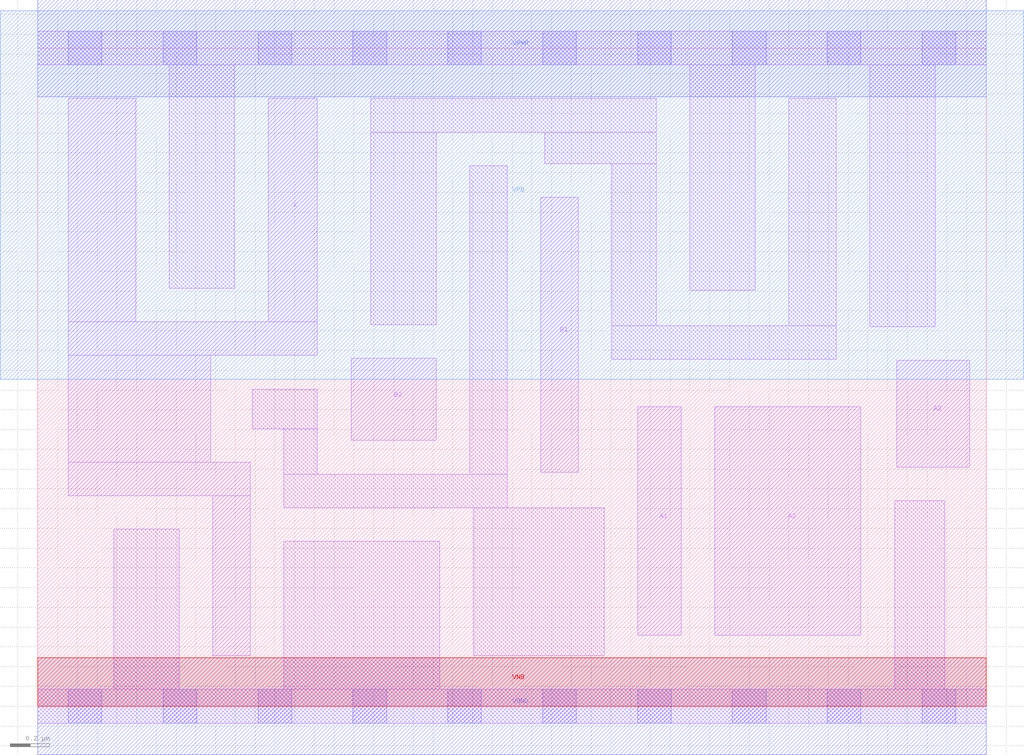
<source format=lef>
# Copyright 2020 The SkyWater PDK Authors
#
# Licensed under the Apache License, Version 2.0 (the "License");
# you may not use this file except in compliance with the License.
# You may obtain a copy of the License at
#
#     https://www.apache.org/licenses/LICENSE-2.0
#
# Unless required by applicable law or agreed to in writing, software
# distributed under the License is distributed on an "AS IS" BASIS,
# WITHOUT WARRANTIES OR CONDITIONS OF ANY KIND, either express or implied.
# See the License for the specific language governing permissions and
# limitations under the License.
#
# SPDX-License-Identifier: Apache-2.0

VERSION 5.7 ;
  NOWIREEXTENSIONATPIN ON ;
  DIVIDERCHAR "/" ;
  BUSBITCHARS "[]" ;
MACRO sky130_fd_sc_lp__a32o_2
  CLASS CORE ;
  FOREIGN sky130_fd_sc_lp__a32o_2 ;
  ORIGIN  0.000000  0.000000 ;
  SIZE  4.800000 BY  3.330000 ;
  SYMMETRY X Y R90 ;
  SITE unit ;
  PIN A1
    ANTENNAGATEAREA  0.315000 ;
    DIRECTION INPUT ;
    USE SIGNAL ;
    PORT
      LAYER li1 ;
        RECT 3.035000 0.360000 3.255000 1.515000 ;
    END
  END A1
  PIN A2
    ANTENNAGATEAREA  0.315000 ;
    DIRECTION INPUT ;
    USE SIGNAL ;
    PORT
      LAYER li1 ;
        RECT 3.425000 0.360000 4.165000 1.515000 ;
    END
  END A2
  PIN A3
    ANTENNAGATEAREA  0.315000 ;
    DIRECTION INPUT ;
    USE SIGNAL ;
    PORT
      LAYER li1 ;
        RECT 4.345000 1.210000 4.715000 1.750000 ;
    END
  END A3
  PIN B1
    ANTENNAGATEAREA  0.315000 ;
    DIRECTION INPUT ;
    USE SIGNAL ;
    PORT
      LAYER li1 ;
        RECT 2.545000 1.185000 2.735000 2.575000 ;
    END
  END B1
  PIN B2
    ANTENNAGATEAREA  0.315000 ;
    DIRECTION INPUT ;
    USE SIGNAL ;
    PORT
      LAYER li1 ;
        RECT 1.585000 1.345000 2.015000 1.760000 ;
    END
  END B2
  PIN X
    ANTENNADIFFAREA  0.903000 ;
    DIRECTION OUTPUT ;
    USE SIGNAL ;
    PORT
      LAYER li1 ;
        RECT 0.155000 1.065000 1.075000 1.235000 ;
        RECT 0.155000 1.235000 0.875000 1.775000 ;
        RECT 0.155000 1.775000 1.415000 1.945000 ;
        RECT 0.155000 1.945000 0.495000 3.075000 ;
        RECT 0.885000 0.255000 1.075000 1.065000 ;
        RECT 1.165000 1.945000 1.415000 3.075000 ;
    END
  END X
  PIN VGND
    DIRECTION INOUT ;
    USE GROUND ;
    PORT
      LAYER met1 ;
        RECT 0.000000 -0.245000 4.800000 0.245000 ;
    END
  END VGND
  PIN VNB
    DIRECTION INOUT ;
    USE GROUND ;
    PORT
      LAYER pwell ;
        RECT 0.000000 0.000000 4.800000 0.245000 ;
    END
  END VNB
  PIN VPB
    DIRECTION INOUT ;
    USE POWER ;
    PORT
      LAYER nwell ;
        RECT -0.190000 1.655000 4.990000 3.520000 ;
    END
  END VPB
  PIN VPWR
    DIRECTION INOUT ;
    USE POWER ;
    PORT
      LAYER met1 ;
        RECT 0.000000 3.085000 4.800000 3.575000 ;
    END
  END VPWR
  OBS
    LAYER li1 ;
      RECT 0.000000 -0.085000 4.800000 0.085000 ;
      RECT 0.000000  3.245000 4.800000 3.415000 ;
      RECT 0.385000  0.085000 0.715000 0.895000 ;
      RECT 0.665000  2.115000 0.995000 3.245000 ;
      RECT 1.085000  1.405000 1.415000 1.605000 ;
      RECT 1.245000  0.085000 2.035000 0.835000 ;
      RECT 1.245000  1.005000 2.375000 1.175000 ;
      RECT 1.245000  1.175000 1.415000 1.405000 ;
      RECT 1.685000  1.930000 2.015000 2.905000 ;
      RECT 1.685000  2.905000 3.130000 3.075000 ;
      RECT 2.185000  1.175000 2.375000 2.735000 ;
      RECT 2.205000  0.255000 2.865000 1.005000 ;
      RECT 2.565000  2.745000 3.130000 2.905000 ;
      RECT 2.905000  1.755000 4.040000 1.925000 ;
      RECT 2.905000  1.925000 3.130000 2.745000 ;
      RECT 3.300000  2.105000 3.630000 3.245000 ;
      RECT 3.800000  1.925000 4.040000 3.075000 ;
      RECT 4.210000  1.920000 4.540000 3.245000 ;
      RECT 4.335000  0.085000 4.590000 1.040000 ;
    LAYER mcon ;
      RECT 0.155000 -0.085000 0.325000 0.085000 ;
      RECT 0.155000  3.245000 0.325000 3.415000 ;
      RECT 0.635000 -0.085000 0.805000 0.085000 ;
      RECT 0.635000  3.245000 0.805000 3.415000 ;
      RECT 1.115000 -0.085000 1.285000 0.085000 ;
      RECT 1.115000  3.245000 1.285000 3.415000 ;
      RECT 1.595000 -0.085000 1.765000 0.085000 ;
      RECT 1.595000  3.245000 1.765000 3.415000 ;
      RECT 2.075000 -0.085000 2.245000 0.085000 ;
      RECT 2.075000  3.245000 2.245000 3.415000 ;
      RECT 2.555000 -0.085000 2.725000 0.085000 ;
      RECT 2.555000  3.245000 2.725000 3.415000 ;
      RECT 3.035000 -0.085000 3.205000 0.085000 ;
      RECT 3.035000  3.245000 3.205000 3.415000 ;
      RECT 3.515000 -0.085000 3.685000 0.085000 ;
      RECT 3.515000  3.245000 3.685000 3.415000 ;
      RECT 3.995000 -0.085000 4.165000 0.085000 ;
      RECT 3.995000  3.245000 4.165000 3.415000 ;
      RECT 4.475000 -0.085000 4.645000 0.085000 ;
      RECT 4.475000  3.245000 4.645000 3.415000 ;
  END
END sky130_fd_sc_lp__a32o_2
END LIBRARY

</source>
